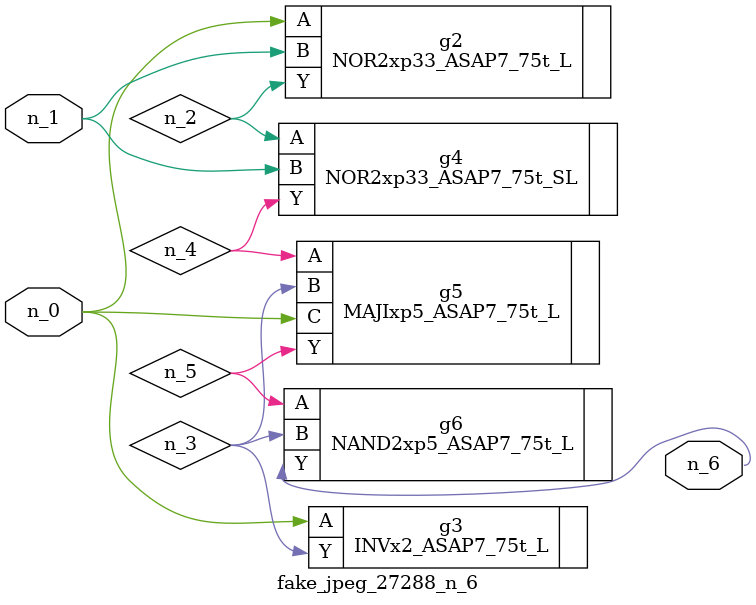
<source format=v>
module fake_jpeg_27288_n_6 (n_0, n_1, n_6);

input n_0;
input n_1;

output n_6;

wire n_3;
wire n_2;
wire n_4;
wire n_5;

NOR2xp33_ASAP7_75t_L g2 ( 
.A(n_0),
.B(n_1),
.Y(n_2)
);

INVx2_ASAP7_75t_L g3 ( 
.A(n_0),
.Y(n_3)
);

NOR2xp33_ASAP7_75t_SL g4 ( 
.A(n_2),
.B(n_1),
.Y(n_4)
);

MAJIxp5_ASAP7_75t_L g5 ( 
.A(n_4),
.B(n_3),
.C(n_0),
.Y(n_5)
);

NAND2xp5_ASAP7_75t_L g6 ( 
.A(n_5),
.B(n_3),
.Y(n_6)
);


endmodule
</source>
